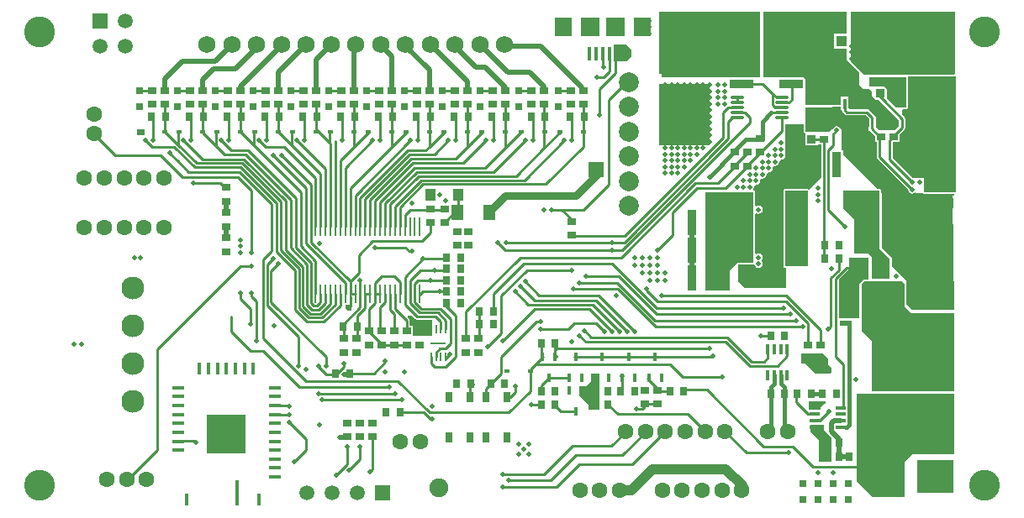
<source format=gtl>
G04*
G04 #@! TF.GenerationSoftware,Altium Limited,Altium Designer,18.1.1 (9)*
G04*
G04 Layer_Physical_Order=1*
G04 Layer_Color=255*
%FSAX25Y25*%
%MOIN*%
G70*
G01*
G75*
%ADD13C,0.01000*%
%ADD19C,0.12205*%
%ADD20R,0.03543X0.02756*%
%ADD21R,0.02756X0.03543*%
%ADD22R,0.04701X0.02205*%
%ADD23R,0.03740X0.10236*%
%ADD24R,0.03740X0.09843*%
%ADD25R,0.04331X0.04803*%
%ADD26R,0.01772X0.03347*%
%ADD27R,0.15748X0.15748*%
%ADD28R,0.05118X0.01575*%
%ADD29R,0.01575X0.05118*%
%ADD30R,0.01378X0.10236*%
%ADD31R,0.00984X0.03543*%
%ADD32R,0.06299X0.00787*%
%ADD33R,0.01772X0.03937*%
%ADD34R,0.01968X0.01772*%
%ADD35R,0.03600X0.03200*%
%ADD36R,0.03543X0.06693*%
%ADD37R,0.06693X0.03543*%
%ADD38R,0.09606X0.03504*%
%ADD39R,0.09606X0.22047*%
%ADD40R,0.04724X0.06496*%
%ADD41O,0.00984X0.07480*%
%ADD42R,0.12598X0.03937*%
%ADD43R,0.13780X0.12300*%
%ADD44R,0.03937X0.01772*%
%ADD45R,0.01400X0.05600*%
%ADD46R,0.07100X0.07500*%
%ADD47R,0.07500X0.07500*%
%ADD48R,0.03150X0.02756*%
%ADD49O,0.05512X0.01181*%
%ADD50R,0.01595X0.02992*%
%ADD51R,0.01595X0.03898*%
%ADD52R,0.02559X0.03937*%
%ADD53R,0.16339X0.18307*%
%ADD54R,0.05709X0.04528*%
%ADD55R,0.07008X0.27559*%
%ADD98C,0.07480*%
%ADD101C,0.01000*%
%ADD102C,0.04000*%
%ADD103C,0.01500*%
%ADD104C,0.02000*%
%ADD105C,0.03000*%
%ADD106R,0.12500X0.16000*%
%ADD107R,0.08661X0.06693*%
%ADD108C,0.06300*%
%ADD109C,0.05906*%
%ADD110R,0.05906X0.05906*%
%ADD111R,0.05906X0.05906*%
%ADD112C,0.09055*%
%ADD113C,0.07874*%
%ADD114C,0.06890*%
%ADD115C,0.02000*%
G36*
X0844000Y0722000D02*
X0840000D01*
Y0726000D01*
X0844000D01*
Y0722000D01*
D02*
G37*
G36*
X0756500Y0722500D02*
X0758500Y0720500D01*
Y0718000D01*
X0756500Y0716000D01*
X0751500Y0716000D01*
X0751500Y0722500D01*
X0756500Y0722500D01*
D02*
G37*
G36*
X0886500Y0735500D02*
Y0735500D01*
X0887000D01*
Y0711000D01*
X0886500D01*
Y0710500D01*
X0854000Y0710500D01*
X0851000Y0710500D01*
X0845500Y0716000D01*
Y0735500D01*
X0886500Y0735500D01*
D02*
G37*
G36*
X0809500Y0709500D02*
X0770500D01*
Y0711000D01*
X0769500D01*
Y0735500D01*
X0770500D01*
X0809500Y0735500D01*
X0809500Y0709500D01*
D02*
G37*
G36*
X0867500Y0697500D02*
X0863500Y0697500D01*
X0860000Y0701000D01*
X0860000Y0704998D01*
X0858998Y0706000D01*
X0853000Y0706000D01*
Y0709500D01*
X0867500D01*
X0867500Y0697500D01*
D02*
G37*
G36*
X0887378Y0709807D02*
Y0664000D01*
X0874500Y0664000D01*
X0874500Y0667365D01*
X0874507Y0667376D01*
X0874631Y0668000D01*
X0874507Y0668624D01*
X0874500Y0668635D01*
X0874500Y0669500D01*
X0873635Y0669500D01*
X0873624Y0669507D01*
X0873000Y0669631D01*
X0872376Y0669507D01*
X0872365Y0669500D01*
X0870609Y0669500D01*
X0870013Y0669619D01*
X0869975Y0669611D01*
X0862122Y0677465D01*
Y0683766D01*
X0864872D01*
Y0686786D01*
X0866793Y0688707D01*
X0866793Y0688707D01*
X0867036Y0689071D01*
X0867122Y0689500D01*
X0867122Y0689500D01*
Y0693000D01*
X0867036Y0693429D01*
X0866793Y0693793D01*
X0866793Y0693793D01*
X0866000Y0694586D01*
Y0696497D01*
X0866354Y0696851D01*
X0867500Y0696851D01*
X0867959Y0697041D01*
X0868149Y0697500D01*
X0868149Y0709500D01*
X0868384Y0709851D01*
X0886500Y0709851D01*
X0886878Y0710007D01*
X0887378Y0709807D01*
D02*
G37*
G36*
X0840000Y0735500D02*
X0844000Y0735500D01*
X0844000Y0727000D01*
X0839000Y0727000D01*
X0839000Y0721000D01*
X0844000Y0721000D01*
X0844000Y0716500D01*
X0849000Y0711500D01*
X0849000Y0706500D01*
X0850500Y0705000D01*
X0853000D01*
X0854000Y0704000D01*
X0854000Y0702000D01*
X0855500Y0700500D01*
X0856500D01*
X0864500Y0692500D01*
X0864500Y0689999D01*
X0862998Y0688500D01*
X0857000Y0688500D01*
X0855500Y0690000D01*
X0855500Y0694000D01*
X0852500Y0697000D01*
X0845000Y0697000D01*
X0844500Y0697500D01*
X0844500Y0702000D01*
X0841500Y0702000D01*
X0841500Y0698500D01*
X0827500Y0698500D01*
X0827500Y0709000D01*
X0826999Y0709502D01*
X0811000Y0709502D01*
X0811000Y0735501D01*
X0840000Y0735500D01*
D02*
G37*
G36*
X0565500Y0686500D02*
X0562500D01*
Y0689000D01*
X0565500D01*
Y0686500D01*
D02*
G37*
G36*
X0789500Y0682500D02*
X0769500D01*
Y0707000D01*
X0789500D01*
X0789500Y0682500D01*
D02*
G37*
G36*
X0826851Y0688000D02*
X0827041Y0687541D01*
X0827365Y0687407D01*
X0827537Y0686960D01*
X0827537Y0686960D01*
X0827537Y0686960D01*
Y0682560D01*
X0832337D01*
Y0682560D01*
X0832628Y0682766D01*
X0833878D01*
Y0669878D01*
X0829000Y0665000D01*
X0828553Y0665128D01*
X0828500Y0665149D01*
X0819500Y0665149D01*
X0819041Y0664959D01*
X0818851Y0664500D01*
Y0634500D01*
X0819041Y0634041D01*
X0819500Y0633851D01*
X0820000D01*
Y0626000D01*
X0803500Y0626000D01*
X0801000Y0628500D01*
Y0635351D01*
X0806927D01*
X0807000Y0635351D01*
X0807467Y0635003D01*
X0807493Y0634876D01*
X0807847Y0634346D01*
X0808376Y0633993D01*
X0809000Y0633869D01*
X0809624Y0633993D01*
X0810153Y0634346D01*
X0810507Y0634876D01*
X0810631Y0635500D01*
X0810507Y0636124D01*
X0810342Y0636371D01*
X0810192Y0636750D01*
X0810342Y0637129D01*
X0810507Y0637376D01*
X0810631Y0638000D01*
X0810507Y0638624D01*
X0810153Y0639153D01*
X0809624Y0639507D01*
X0809000Y0639631D01*
X0808376Y0639507D01*
X0808149Y0639356D01*
X0807649Y0639623D01*
Y0655377D01*
X0808149Y0655644D01*
X0808376Y0655493D01*
X0809000Y0655369D01*
X0809624Y0655493D01*
X0810153Y0655847D01*
X0810507Y0656376D01*
X0810631Y0657000D01*
X0810507Y0657624D01*
X0810153Y0658153D01*
X0809624Y0658507D01*
X0809000Y0658631D01*
X0808376Y0658507D01*
X0808149Y0658356D01*
X0807649Y0658623D01*
Y0664000D01*
X0807459Y0664459D01*
X0807096Y0664609D01*
X0806910Y0664961D01*
X0806856Y0665149D01*
X0807007Y0665376D01*
X0807131Y0666000D01*
X0807110Y0666110D01*
X0807890Y0666890D01*
X0808000Y0666869D01*
X0808624Y0666993D01*
X0809153Y0667346D01*
X0809507Y0667876D01*
X0809631Y0668500D01*
X0809610Y0668610D01*
X0810390Y0669390D01*
X0810500Y0669369D01*
X0811124Y0669493D01*
X0811654Y0669846D01*
X0812007Y0670376D01*
X0812131Y0671000D01*
X0812110Y0671110D01*
X0812890Y0671890D01*
X0813000Y0671869D01*
X0813624Y0671993D01*
X0814153Y0672346D01*
X0814507Y0672876D01*
X0814631Y0673500D01*
X0814610Y0673610D01*
X0815390Y0674390D01*
X0815500Y0674369D01*
X0816124Y0674493D01*
X0816654Y0674847D01*
X0817007Y0675376D01*
X0817131Y0676000D01*
X0817110Y0676110D01*
X0817890Y0676890D01*
X0818000Y0676869D01*
X0818624Y0676993D01*
X0819153Y0677347D01*
X0819507Y0677876D01*
X0819631Y0678500D01*
X0819507Y0679124D01*
X0819500Y0679135D01*
X0819500Y0680365D01*
X0819507Y0680376D01*
X0819631Y0681000D01*
X0819507Y0681624D01*
X0819500Y0681635D01*
Y0682865D01*
X0819507Y0682876D01*
X0819631Y0683500D01*
X0819507Y0684124D01*
X0819500Y0684135D01*
X0819500Y0691000D01*
X0826851Y0691000D01*
Y0688000D01*
D02*
G37*
G36*
X0747500Y0670000D02*
X0741500D01*
Y0676000D01*
X0747500D01*
Y0670000D01*
D02*
G37*
G36*
X0828500Y0664500D02*
X0828500Y0656000D01*
Y0634500D01*
X0819500Y0634500D01*
Y0664500D01*
X0828500Y0664500D01*
D02*
G37*
G36*
X0857000Y0641500D02*
X0861000Y0637500D01*
Y0629500D01*
X0854000D01*
X0854000Y0638000D01*
X0852500Y0639500D01*
X0847000D01*
X0847000Y0653000D01*
X0842500Y0657500D01*
X0842500Y0664500D01*
X0857000Y0664500D01*
X0857000Y0641500D01*
D02*
G37*
G36*
X0807000Y0636000D02*
X0800500D01*
X0797500Y0633000D01*
X0797500Y0625000D01*
X0788000D01*
X0788000Y0664000D01*
X0807000D01*
Y0636000D01*
D02*
G37*
G36*
X0841500Y0697851D02*
X0841705Y0697402D01*
Y0696401D01*
X0842000D01*
X0842066Y0696068D01*
X0842309Y0695705D01*
X0843207Y0694807D01*
X0843207Y0694807D01*
X0843571Y0694564D01*
X0843892Y0694500D01*
X0849500Y0694500D01*
X0851500D01*
X0852500Y0693500D01*
Y0693470D01*
X0852778Y0693191D01*
Y0690159D01*
X0852695Y0689694D01*
X0852500D01*
X0852500Y0688198D01*
X0853109D01*
X0853195Y0688219D01*
X0855128Y0686285D01*
Y0683766D01*
X0855878D01*
Y0678000D01*
X0855878Y0678000D01*
X0855964Y0677571D01*
X0856207Y0677207D01*
X0868376Y0665038D01*
X0868369Y0665000D01*
X0868493Y0664376D01*
X0868847Y0663846D01*
X0869376Y0663493D01*
X0870000Y0663369D01*
X0870624Y0663493D01*
X0871154Y0663846D01*
X0871500Y0663500D01*
X0874139D01*
X0874500Y0663351D01*
X0886500Y0663351D01*
Y0662468D01*
X0886045D01*
X0886500Y0617149D01*
X0869851Y0617149D01*
X0867690Y0619310D01*
X0867690Y0628810D01*
X0862000Y0634500D01*
X0862000Y0638000D01*
X0858000Y0642000D01*
X0858000Y0663500D01*
X0857649Y0663851D01*
Y0664500D01*
X0857459Y0664959D01*
X0857000Y0665149D01*
X0856351D01*
X0842482Y0679018D01*
Y0680718D01*
X0842000D01*
X0842000Y0684000D01*
X0842000Y0684000D01*
X0842000Y0689000D01*
X0841306Y0689694D01*
X0841305D01*
X0841305Y0689694D01*
X0840868Y0689845D01*
X0840624Y0690007D01*
X0840000Y0690131D01*
X0839376Y0690007D01*
X0838846Y0689653D01*
X0838493Y0689124D01*
X0838435Y0688832D01*
X0838272Y0688735D01*
X0837930Y0688931D01*
X0837000Y0688000D01*
X0827500Y0688000D01*
X0827500Y0697500D01*
X0837775D01*
X0838125Y0697851D01*
X0841500Y0697851D01*
D02*
G37*
G36*
X0647674Y0616844D02*
X0646156Y0616844D01*
X0645278Y0617722D01*
X0645278Y0619355D01*
X0647674D01*
X0647674Y0616844D01*
D02*
G37*
G36*
X0852500Y0629343D02*
X0850842Y0629342D01*
X0849000Y0627500D01*
X0849000Y0614000D01*
X0841000Y0614000D01*
X0841000Y0629500D01*
X0845000Y0633500D01*
X0845000Y0638000D01*
X0852500Y0638000D01*
X0852500Y0629343D01*
D02*
G37*
G36*
X0672707Y0613707D02*
X0672707Y0613707D01*
X0673071Y0613464D01*
X0673500Y0613378D01*
X0673500Y0613378D01*
X0679500D01*
Y0612256D01*
X0679500D01*
Y0607000D01*
X0672000D01*
Y0611134D01*
X0671728D01*
Y0610734D01*
X0670622D01*
Y0613000D01*
X0670536Y0613429D01*
X0670293Y0613793D01*
X0670293Y0613793D01*
X0670000Y0614086D01*
Y0615000D01*
X0671414D01*
X0672707Y0613707D01*
D02*
G37*
G36*
X0836500Y0598000D02*
X0836500Y0595500D01*
X0838000Y0594000D01*
X0838000Y0592500D01*
X0837500Y0592000D01*
X0831500Y0592000D01*
X0827500Y0596000D01*
X0826000D01*
Y0600000D01*
X0834500Y0600000D01*
X0836500Y0598000D01*
D02*
G37*
G36*
X0867000Y0627500D02*
X0867000Y0618500D01*
X0869500Y0616000D01*
X0886500Y0616000D01*
Y0585000D01*
X0854000D01*
X0854000Y0605000D01*
X0850000Y0609000D01*
X0850000Y0627500D01*
X0851000Y0628500D01*
X0866000D01*
X0867000Y0627500D01*
D02*
G37*
G36*
X0835500Y0580000D02*
X0835000Y0580000D01*
X0833500Y0578500D01*
X0833500Y0577500D01*
X0829000Y0577500D01*
Y0581000D01*
X0835500D01*
X0835500Y0580000D01*
D02*
G37*
G36*
X0746000Y0577500D02*
X0742000D01*
X0741500Y0578000D01*
Y0579500D01*
X0738000Y0583000D01*
X0738000Y0583500D01*
Y0587000D01*
X0740500D01*
X0742500Y0589000D01*
Y0592000D01*
X0746000D01*
Y0577500D01*
D02*
G37*
G36*
X0886500Y0559999D02*
X0870000Y0560000D01*
X0867000Y0557000D01*
Y0550000D01*
X0867000Y0543000D01*
X0854000D01*
X0852500Y0544500D01*
X0852500D01*
Y0544500D01*
X0848003Y0548997D01*
X0847997Y0584000D01*
X0886500Y0584000D01*
X0886500Y0559999D01*
D02*
G37*
G36*
X0835000Y0571500D02*
Y0569500D01*
X0838000Y0566500D01*
X0838000Y0557000D01*
X0833000Y0557000D01*
X0833000Y0565500D01*
X0829500Y0569000D01*
X0829500Y0571581D01*
X0835000Y0571500D01*
D02*
G37*
G36*
X0886250Y0544500D02*
X0871750D01*
Y0557500D01*
X0886250D01*
Y0544500D01*
D02*
G37*
%LPC*%
G36*
X0852695Y0686198D02*
X0852500D01*
X0852500Y0684701D01*
X0852695D01*
Y0686198D01*
D02*
G37*
%LPD*%
D13*
X0655000Y0553000D02*
X0656000Y0554000D01*
Y0566744D01*
X0678737Y0574000D02*
X0679500D01*
X0676237Y0576500D02*
X0678737Y0574000D01*
X0666756Y0576500D02*
X0676237D01*
X0629500Y0561500D02*
Y0566000D01*
X0623000Y0572500D02*
X0629500Y0566000D01*
X0625000Y0557000D02*
X0629500Y0561500D01*
X0736536Y0559536D02*
X0755035D01*
X0726500Y0549500D02*
X0736536Y0559536D01*
X0755035D02*
X0764500Y0569000D01*
X0710000Y0549500D02*
X0726300D01*
X0707500Y0547000D02*
X0729000D01*
X0738000Y0556000D01*
X0759000D01*
X0764000Y0580000D02*
X0764128Y0579872D01*
X0763000Y0578000D02*
X0764000Y0579000D01*
X0760500Y0578000D02*
X0763000D01*
X0749000Y0580000D02*
X0753100Y0575900D01*
X0761370D01*
X0761470Y0576000D02*
X0780811D01*
X0761370Y0575900D02*
X0761470Y0576000D01*
X0851000Y0555000D02*
X0852000Y0554000D01*
X0597500Y0665500D02*
X0598000D01*
X0722500Y0609500D02*
X0733500D01*
X0721000Y0612500D02*
X0722500D01*
X0744500Y0612000D02*
X0748000Y0608500D01*
X0736000Y0612000D02*
X0744500D01*
X0733500Y0609500D02*
X0736000Y0612000D01*
X0720100Y0620900D02*
X0744600D01*
X0714500Y0626500D02*
X0720100Y0620900D01*
X0744600D02*
X0757000Y0608500D01*
X0717700Y0619300D02*
X0743200D01*
X0712500Y0624500D02*
X0717700Y0619300D01*
X0743200D02*
X0754000Y0608500D01*
X0750571Y0563071D02*
X0756500Y0569000D01*
X0714500Y0638000D02*
X0754500D01*
X0693000Y0616500D02*
X0714500Y0638000D01*
X0754500D02*
X0784000Y0667500D01*
X0716000Y0635500D02*
X0751000D01*
X0704000Y0623500D02*
X0716000Y0635500D01*
X0751000D02*
X0768500Y0618000D01*
X0717263Y0633000D02*
X0735000D01*
X0707000Y0622737D02*
X0717263Y0633000D01*
X0740500Y0630500D02*
X0753500D01*
X0768500Y0615500D01*
X0738000Y0628000D02*
X0753000D01*
X0768000Y0613000D01*
X0735500Y0625500D02*
X0753237D01*
X0768237Y0610500D01*
X0707000Y0598500D02*
X0721000Y0612500D01*
X0745500Y0623000D02*
X0760000Y0608500D01*
X0722000Y0623000D02*
X0745500D01*
X0716500Y0628500D02*
X0722000Y0623000D01*
X0707500Y0552000D02*
X0724000D01*
X0759000Y0556000D02*
X0772000Y0569000D01*
X0735071Y0563071D02*
X0750571D01*
X0595500Y0667500D02*
X0597500Y0665500D01*
X0585000Y0667500D02*
X0595500D01*
X0580500Y0670000D02*
X0602500D01*
X0608000Y0664500D01*
X0645500Y0605500D02*
Y0605756D01*
X0644500Y0606256D02*
Y0611628D01*
X0645000Y0606256D02*
X0645500Y0605756D01*
X0545500Y0687000D02*
X0553874Y0678626D01*
X0861000Y0684500D02*
X0866000Y0689500D01*
X0856063Y0702937D02*
Y0703740D01*
Y0702937D02*
X0856411Y0702589D01*
X0858500Y0700500D01*
X0861000Y0677000D02*
Y0684500D01*
Y0677000D02*
X0870013Y0667987D01*
X0866000Y0689500D02*
Y0693000D01*
X0851956Y0695600D02*
X0853900Y0693656D01*
X0844000Y0695600D02*
X0851956D01*
X0843102Y0696498D02*
X0844000Y0695600D01*
X0853900Y0689100D02*
Y0693656D01*
Y0689100D02*
X0857000Y0686000D01*
X0858500Y0700500D02*
X0866000Y0693000D01*
X0857000Y0678000D02*
X0870000Y0665000D01*
X0857000Y0678000D02*
Y0686000D01*
X0843102Y0696498D02*
Y0698950D01*
X0838500Y0687000D02*
X0840000Y0688500D01*
X0838500Y0682500D02*
Y0687000D01*
X0870013Y0667987D02*
X0870013D01*
X0836600Y0656900D02*
Y0680600D01*
X0838500Y0682500D01*
X0720500Y0595500D02*
X0723500Y0598500D01*
X0723000D02*
Y0603744D01*
X0718626Y0593000D02*
Y0593126D01*
X0718500Y0593000D02*
X0718626Y0593126D01*
X0718500Y0585000D02*
Y0593000D01*
X0720500Y0595500D02*
X0774000D01*
X0718626Y0593626D02*
X0720500Y0595500D01*
X0718626Y0593126D02*
Y0593626D01*
X0570500Y0561500D02*
Y0601500D01*
X0559000Y0550000D02*
X0570500Y0561500D01*
X0571874Y0678626D02*
X0580500Y0670000D01*
X0553874Y0678626D02*
X0571874D01*
X0626500Y0595000D02*
Y0606500D01*
X0678500Y0576500D02*
X0710000D01*
X0666000Y0589000D02*
X0678500Y0576500D01*
X0629500Y0589000D02*
X0666000D01*
X0607500Y0611500D02*
Y0617500D01*
X0603500Y0621500D02*
X0607500Y0617500D01*
X0603500Y0621500D02*
Y0624000D01*
X0614100Y0618900D02*
Y0635100D01*
Y0618900D02*
X0626500Y0606500D01*
X0637500Y0595000D02*
Y0598500D01*
X0615700Y0620300D02*
X0637500Y0598500D01*
X0615700Y0620300D02*
Y0632700D01*
X0600059Y0608654D02*
Y0614441D01*
X0612526Y0601000D02*
X0627026Y0586500D01*
X0607500Y0601000D02*
X0612526D01*
X0627026Y0586500D02*
X0662500D01*
X0603500Y0634500D02*
X0608000D01*
X0570500Y0601500D02*
X0603500Y0634500D01*
X0644500Y0594500D02*
Y0596000D01*
X0642000Y0592000D02*
X0644500Y0594500D01*
X0610000Y0605000D02*
Y0620500D01*
X0608000Y0622500D02*
X0610000Y0620500D01*
X0608000Y0622500D02*
Y0624000D01*
X0598000Y0650244D02*
Y0650500D01*
X0764000Y0579500D02*
Y0579744D01*
X0724000Y0552000D02*
X0735071Y0563071D01*
X0810500Y0685000D02*
Y0685756D01*
X0824000Y0583000D02*
X0824500Y0583500D01*
X0824000Y0580500D02*
Y0583000D01*
Y0580500D02*
X0828500Y0576000D01*
X0644500Y0611628D02*
X0651000Y0618128D01*
X0650000Y0605500D02*
Y0605756D01*
X0649500Y0606000D02*
X0649756Y0606256D01*
Y0610500D01*
X0650000Y0611500D02*
Y0614865D01*
X0779000Y0590500D02*
X0794500D01*
X0656000Y0644500D02*
X0675500D01*
X0650500Y0639000D02*
X0656000Y0644500D01*
X0650500Y0631780D02*
Y0639000D01*
X0657000Y0642000D02*
X0669000D01*
X0836600Y0656900D02*
X0843000Y0650500D01*
X0780811Y0576000D02*
X0787811Y0569000D01*
X0742635Y0606365D02*
X0796397D01*
X0740500Y0604500D02*
X0796000D01*
X0740115Y0608885D02*
X0742635Y0606365D01*
X0738000Y0607000D02*
X0740500Y0604500D01*
X0707500Y0605000D02*
X0720200Y0617700D01*
X0741800D01*
X0751000Y0608500D01*
X0804185Y0560500D02*
X0821000D01*
X0795685Y0569000D02*
X0804185Y0560500D01*
X0779500Y0585500D02*
X0788500D01*
X0811000Y0563000D01*
X0822500D01*
X0796397Y0606365D02*
X0806163Y0596600D01*
X0811100D01*
X0805500Y0595000D02*
X0816500D01*
X0820339Y0598839D01*
Y0601618D01*
X0811100Y0596600D02*
X0812661Y0598162D01*
Y0601618D01*
X0810000Y0607000D02*
X0814500D01*
X0728000Y0579500D02*
X0730654Y0576846D01*
X0710000Y0576500D02*
X0718500Y0585000D01*
X0728000Y0599000D02*
X0728256Y0599256D01*
X0754500Y0591000D02*
X0755000D01*
X0754500D02*
X0754941Y0590559D01*
X0774000Y0595500D02*
X0779000Y0590500D01*
X0736000Y0598500D02*
X0790500D01*
X0791000Y0599000D01*
X0754941Y0590346D02*
Y0590559D01*
Y0585059D02*
Y0590059D01*
X0755000Y0590000D01*
X0754941Y0590059D02*
Y0590346D01*
Y0585059D02*
X0755000Y0585000D01*
X0728378Y0598654D02*
Y0599000D01*
X0728256Y0599256D02*
Y0604000D01*
X0729000Y0602000D02*
X0789500D01*
X0728500Y0601500D02*
X0729000Y0602000D01*
X0719000Y0579500D02*
X0722744D01*
X0775000Y0656000D02*
X0784500Y0665500D01*
X0795756D01*
X0804500Y0674244D01*
X0784000Y0667500D02*
X0792756D01*
X0799500Y0674244D01*
X0749500Y0700500D02*
X0757500Y0708500D01*
X0731000Y0657000D02*
X0735500Y0652500D01*
X0727000Y0657000D02*
X0731000D01*
X0739500D01*
X0749500Y0667000D02*
Y0700500D01*
X0739500Y0657000D02*
X0749500Y0667000D01*
X0775000Y0647000D02*
Y0656000D01*
X0800642Y0695500D02*
X0803500D01*
X0751000Y0641000D02*
X0755000D01*
X0756400Y0642400D01*
X0756426D01*
X0795500Y0681474D01*
Y0681500D01*
X0751000Y0644000D02*
X0755763D01*
X0793900Y0682137D01*
Y0682163D01*
X0735000Y0646500D02*
X0756000D01*
X0792300Y0682800D01*
Y0682826D01*
X0795000Y0685526D01*
Y0695500D01*
X0793900Y0682163D02*
X0797000Y0685263D01*
Y0692000D01*
X0795500Y0681500D02*
X0805500Y0691500D01*
Y0693500D01*
X0803500Y0695500D02*
X0805500Y0693500D01*
X0707000Y0608000D02*
Y0622737D01*
X0704000Y0617500D02*
Y0623500D01*
X0709000Y0644000D02*
X0751000D01*
X0705500D02*
X0708500Y0641000D01*
X0701500Y0602500D02*
X0707000Y0608000D01*
X0669000Y0642000D02*
X0670500Y0640500D01*
X0700866Y0585866D02*
X0707000Y0592000D01*
Y0598500D01*
X0585437Y0565063D02*
X0586000Y0564500D01*
X0578992Y0565063D02*
X0585437D01*
X0685000Y0598000D02*
X0686500Y0599500D01*
X0768237Y0610500D02*
X0826500D01*
X0837500D02*
Y0629763D01*
X0840756Y0633019D01*
Y0637500D01*
X0836500Y0609500D02*
X0837500Y0610500D01*
X0769000Y0620500D02*
X0820000D01*
X0828600Y0611900D01*
X0764500Y0625000D02*
X0769000Y0620500D01*
X0833233Y0573220D02*
X0837000Y0576988D01*
Y0577000D01*
X0634500Y0584000D02*
X0665000D01*
X0617000Y0575500D02*
X0623000D01*
X0636000Y0581500D02*
X0667500D01*
X0709000Y0582500D02*
X0710500D01*
X0712500Y0584500D01*
Y0587000D01*
X0600000Y0614500D02*
X0600059Y0614441D01*
X0600000Y0608500D02*
X0607500Y0601000D01*
X0612500Y0606000D02*
X0629500Y0589000D01*
X0617181Y0579236D02*
X0622764D01*
X0623000Y0579000D01*
X0646250Y0591750D02*
X0646500Y0592000D01*
X0651000Y0558000D02*
Y0563000D01*
X0634500Y0594500D02*
Y0595000D01*
Y0594500D02*
X0637500Y0591500D01*
X0640744D01*
X0641244Y0592000D01*
X0656500Y0592000D02*
X0661000Y0596500D01*
X0646756Y0592000D02*
X0656500D01*
X0612500Y0606000D02*
Y0637130D01*
X0646000Y0556000D02*
Y0563000D01*
X0641500Y0551500D02*
X0646000Y0556000D01*
X0625193Y0617300D02*
Y0632781D01*
Y0617300D02*
X0630020Y0612472D01*
X0619500Y0640737D02*
X0626793Y0633444D01*
Y0617962D02*
Y0633444D01*
Y0617962D02*
X0630683Y0614072D01*
X0632009Y0617272D02*
X0634653D01*
X0629993Y0619288D02*
X0632009Y0617272D01*
X0629993Y0619288D02*
Y0635244D01*
X0769000Y0641000D02*
X0775000Y0647000D01*
X0796000Y0604500D02*
X0805500Y0595000D01*
X0745000Y0709256D02*
Y0709500D01*
X0747500D01*
X0749811Y0711811D01*
X0770500Y0623000D02*
X0819763D01*
X0833500Y0609263D01*
Y0603500D02*
Y0609263D01*
X0828600Y0603600D02*
Y0611900D01*
X0828500Y0603500D02*
X0828600Y0603600D01*
X0768000Y0613000D02*
X0824000D01*
X0768500Y0615500D02*
X0821500D01*
X0768500Y0618000D02*
X0819000D01*
X0822500Y0563000D02*
X0830500Y0555000D01*
X0851000D01*
X0730654Y0576846D02*
X0736500D01*
X0764256Y0579744D02*
X0769000D01*
X0698244Y0605744D02*
Y0611500D01*
X0698000Y0605500D02*
X0698244Y0605744D01*
Y0611500D02*
Y0616500D01*
X0693000Y0605756D02*
Y0616500D01*
X0765000Y0590000D02*
X0770000Y0585000D01*
X0773744D01*
X0615700Y0632700D02*
X0618500Y0635500D01*
X0614100Y0635100D02*
X0616500Y0637500D01*
X0598000Y0655500D02*
Y0655756D01*
Y0645500D02*
Y0645756D01*
X0608000Y0640000D02*
Y0664500D01*
X0647110Y0628390D02*
X0650500Y0631780D01*
X0646500Y0553500D02*
X0651000Y0558000D01*
X0678500Y0629000D02*
X0679000Y0629500D01*
X0668764Y0623713D02*
Y0630264D01*
X0676000Y0637500D01*
X0685000D01*
X0680500Y0633000D02*
X0685500D01*
X0675000D02*
X0680500D01*
X0670732Y0628732D02*
X0675000Y0633000D01*
X0670732Y0623713D02*
Y0628732D01*
X0672701Y0627701D02*
X0674000Y0629000D01*
X0678500D01*
X0679000D02*
Y0629500D01*
X0672701Y0623713D02*
Y0627701D01*
X0679000Y0629000D02*
X0685000D01*
X0674715Y0623450D02*
X0674750Y0623250D01*
X0674669Y0623713D02*
X0674715Y0623450D01*
X0675000Y0623500D02*
X0676000Y0624500D01*
X0682500D01*
X0685000Y0619000D02*
Y0620000D01*
Y0619000D02*
X0689000Y0615000D01*
X0685750Y0653250D02*
X0688000Y0655500D01*
X0671000Y0657000D02*
X0684500D01*
X0675500Y0644500D02*
X0679000Y0648000D01*
Y0651744D01*
X0668764Y0654764D02*
X0671000Y0657000D01*
X0668764Y0650287D02*
Y0654764D01*
X0690012Y0656012D02*
Y0662000D01*
X0708500Y0641000D02*
X0751000D01*
X0764500Y0625000D02*
Y0625500D01*
X0828500Y0603256D02*
Y0603500D01*
X0722744Y0587244D02*
X0725846Y0590346D01*
X0722744Y0585000D02*
Y0587244D01*
X0725846Y0590346D02*
X0733941D01*
X0722744Y0604000D02*
X0723000Y0603744D01*
X0612500Y0637130D02*
X0616000Y0640630D01*
Y0659212D01*
X0603212Y0672000D02*
X0616000Y0659212D01*
X0651000Y0629000D02*
X0651047Y0628953D01*
Y0623713D02*
Y0628953D01*
X0620000Y0678500D02*
X0631500Y0667000D01*
X0616500Y0678500D02*
X0629500Y0665500D01*
Y0643500D02*
Y0665500D01*
X0613500Y0682000D02*
X0621000D01*
X0611000Y0684500D02*
X0613500Y0682000D01*
X0621000D02*
X0633331Y0669669D01*
X0608900Y0682600D02*
X0627500Y0664000D01*
X0583000Y0672000D02*
X0603212D01*
X0578500Y0676500D02*
X0583000Y0672000D01*
X0568500Y0682000D02*
X0577237D01*
X0575716Y0679284D02*
X0578500Y0676500D01*
X0700866Y0582571D02*
Y0585866D01*
X0694634Y0582571D02*
Y0587134D01*
X0647110Y0623713D02*
Y0628390D01*
X0650000Y0614865D02*
X0652900Y0617765D01*
X0670732Y0619768D02*
Y0623713D01*
Y0619768D02*
X0674400Y0616100D01*
X0681900D01*
X0685000Y0613000D01*
Y0609484D02*
Y0613000D01*
X0668764Y0619236D02*
Y0623713D01*
Y0619236D02*
X0673500Y0614500D01*
X0681000D01*
X0683032Y0612468D01*
Y0609484D02*
Y0612468D01*
X0672701Y0620062D02*
Y0623713D01*
Y0620062D02*
X0675063Y0617700D01*
X0682800D01*
X0687000Y0613500D01*
Y0603846D02*
Y0613500D01*
X0685003Y0601849D02*
X0687000Y0603846D01*
X0682561Y0601849D02*
X0685003D01*
X0681063Y0600351D02*
X0682561Y0601849D01*
X0681063Y0598500D02*
Y0600351D01*
X0689000Y0598500D02*
Y0615000D01*
X0680500Y0594500D02*
X0685000D01*
X0689000Y0598500D01*
X0679094Y0595906D02*
X0680500Y0594500D01*
X0679094Y0595906D02*
Y0598500D01*
X0844000Y0634000D02*
X0847291D01*
X0848185D01*
X0804372Y0674372D02*
X0818358Y0688358D01*
X0655000Y0608244D02*
Y0609000D01*
Y0608244D02*
X0660000Y0603244D01*
X0653000Y0623500D02*
X0653213Y0623713D01*
X0814000Y0695500D02*
X0818500D01*
X0835000Y0637500D02*
Y0684494D01*
X0829744Y0684744D02*
X0835250D01*
X0659000Y0608500D02*
Y0618292D01*
X0739500Y0682000D02*
Y0698744D01*
X0724000Y0681500D02*
Y0698744D01*
X0712800Y0670300D02*
X0724000Y0681500D01*
X0730437Y0687937D01*
X0730500Y0688000D01*
X0708500Y0681500D02*
Y0698744D01*
X0700500Y0673500D02*
X0708500Y0681500D01*
X0714937Y0687937D01*
X0715000Y0688000D01*
X0693500Y0682000D02*
Y0698744D01*
X0688800Y0677300D02*
X0693500Y0682000D01*
X0699437Y0687937D01*
X0699500Y0688000D01*
X0678500Y0682000D02*
Y0698744D01*
X0677000Y0680500D02*
X0678500Y0682000D01*
X0684437Y0687937D01*
X0684500Y0688000D01*
X0663500Y0682000D02*
Y0698744D01*
X0647110Y0665610D02*
X0663500Y0682000D01*
X0669437Y0687937D01*
X0669500Y0688000D01*
X0648500Y0682000D02*
Y0698744D01*
X0643173Y0676673D02*
X0648500Y0682000D01*
X0654437Y0687937D01*
X0654500Y0688000D01*
X0633500Y0689000D02*
Y0698744D01*
Y0689000D02*
X0639236Y0683264D01*
X0618500Y0694000D02*
Y0698744D01*
Y0688000D02*
Y0694000D01*
X0618563Y0687937D02*
X0623900Y0682600D01*
X0618500Y0688000D02*
X0618563Y0687937D01*
X0623900Y0682600D02*
X0635299Y0671201D01*
X0603563Y0687937D02*
X0608900Y0682600D01*
X0603500Y0688000D02*
Y0698744D01*
Y0688000D02*
X0603563Y0687937D01*
X0588500Y0687500D02*
Y0698744D01*
X0573500Y0688000D02*
X0578900Y0682600D01*
X0573500Y0688000D02*
Y0698744D01*
X0842500Y0579000D02*
X0843000Y0578500D01*
X0842500Y0579000D02*
Y0595500D01*
X0839500Y0598500D02*
X0842500Y0595500D01*
X0839500Y0598500D02*
Y0629500D01*
X0844000Y0634000D01*
X0848185D02*
X0848685Y0634500D01*
X0716200Y0668700D02*
X0732000Y0684500D01*
X0675200Y0668700D02*
X0716200D01*
X0664827Y0658327D02*
X0675200Y0668700D01*
X0664827Y0650287D02*
Y0658327D01*
X0703900Y0671900D02*
X0716500Y0684500D01*
X0673400Y0671900D02*
X0703900D01*
X0660890Y0659390D02*
X0673400Y0671900D01*
X0660890Y0650287D02*
Y0659390D01*
X0692000Y0675500D02*
X0701000Y0684500D01*
X0671788Y0675500D02*
X0692000D01*
X0656953Y0660665D02*
X0671788Y0675500D01*
X0656953Y0650287D02*
Y0660665D01*
X0680400Y0678900D02*
X0686000Y0684500D01*
X0670663Y0678900D02*
X0680400D01*
X0653016Y0661253D02*
X0670663Y0678900D01*
X0653016Y0650287D02*
Y0661253D01*
X0649079Y0650287D02*
Y0662579D01*
X0671000Y0684500D01*
X0645142Y0650287D02*
Y0673642D01*
X0656000Y0684500D01*
X0641205Y0650287D02*
Y0684295D01*
X0626000Y0684500D02*
X0637268Y0673232D01*
Y0650287D02*
Y0673232D01*
X0633331Y0650287D02*
Y0669669D01*
X0596000Y0684500D02*
X0600000Y0680500D01*
X0606500D01*
X0625500Y0661500D01*
Y0642000D02*
Y0661500D01*
Y0642000D02*
X0631593Y0635907D01*
Y0619951D02*
Y0635907D01*
Y0619951D02*
X0632671Y0618872D01*
X0633990D01*
X0635299Y0620181D01*
Y0623713D01*
X0581000Y0684500D02*
X0588500Y0677000D01*
X0605000D01*
X0621500Y0660500D01*
Y0641000D02*
Y0660500D01*
Y0641000D02*
X0628393Y0634107D01*
Y0618625D02*
Y0634107D01*
Y0618625D02*
X0631346Y0615672D01*
X0635316D01*
X0639236Y0619593D01*
Y0623713D01*
X0566000Y0684500D02*
X0568500Y0682000D01*
X0577237D02*
X0585437Y0673800D01*
X0603675D01*
X0617900Y0659575D01*
Y0640075D02*
Y0659575D01*
Y0640075D02*
X0625193Y0632781D01*
X0630020Y0612472D02*
X0636641D01*
X0643173Y0619004D01*
Y0623713D01*
X0645142D02*
Y0627858D01*
X0629500Y0643500D02*
X0645142Y0627858D01*
X0804500Y0679500D02*
Y0679756D01*
X0799500Y0674500D02*
X0804500Y0679500D01*
X0799500Y0674244D02*
Y0674500D01*
X0800642Y0695500D02*
Y0695531D01*
X0798563Y0693563D02*
X0800642D01*
X0797000Y0692000D02*
X0798563Y0693563D01*
X0840756Y0637500D02*
Y0638500D01*
X0831382Y0573220D02*
X0833233D01*
X0818358Y0688358D02*
Y0693563D01*
X0664500Y0603244D02*
X0669500D01*
X0661000D02*
X0664500D01*
X0666795Y0623713D02*
Y0628205D01*
X0664500Y0630500D02*
X0666795Y0628205D01*
X0659500Y0630500D02*
X0664500D01*
X0656953Y0627953D02*
X0659500Y0630500D01*
X0656953Y0623713D02*
Y0627953D01*
Y0623713D02*
X0658921D01*
X0656953Y0619953D02*
Y0623713D01*
X0654500Y0617500D02*
X0656953Y0619953D01*
X0654500Y0609500D02*
Y0617500D01*
X0647110Y0623713D02*
X0649079D01*
X0735000Y0684500D02*
Y0693244D01*
X0719500Y0684500D02*
Y0693244D01*
X0704000Y0684500D02*
Y0693244D01*
X0569000Y0684500D02*
Y0693244D01*
X0584000Y0684500D02*
Y0693244D01*
X0631500Y0644000D02*
X0647110Y0628390D01*
X0689000Y0684500D02*
Y0693244D01*
X0674000Y0684500D02*
Y0693244D01*
X0659000Y0684500D02*
Y0693244D01*
X0644000Y0684500D02*
Y0693244D01*
X0629000Y0684500D02*
Y0693244D01*
X0599000Y0684500D02*
Y0693244D01*
X0614000Y0684500D02*
Y0693244D01*
X0631500Y0644000D02*
Y0667000D01*
X0651000Y0623500D02*
X0651047Y0623713D01*
X0651000Y0618128D02*
Y0623500D01*
X0652900Y0623597D02*
X0653016Y0623713D01*
X0652900Y0617765D02*
Y0623597D01*
X0653213Y0623713D02*
X0654984D01*
X0843000Y0650500D02*
X0843220Y0650100D01*
X0818358Y0695531D02*
X0818500Y0695500D01*
X0799256Y0679756D02*
X0799500D01*
X0800642Y0699469D02*
Y0701437D01*
X0829500Y0684500D02*
X0829744Y0684744D01*
X0829937Y0684760D01*
X0835000Y0684494D02*
X0835250Y0684744D01*
X0835000Y0637500D02*
X0835244D01*
X0821764Y0706724D02*
Y0707024D01*
Y0706724D02*
X0822214Y0706274D01*
Y0700714D02*
Y0706274D01*
X0820969Y0699469D02*
X0822214Y0700714D01*
X0818358Y0699469D02*
X0820969D01*
X0802236Y0707024D02*
X0810476D01*
X0814500Y0703000D01*
Y0698500D02*
X0815500Y0697500D01*
X0816063Y0701437D02*
X0818358D01*
X0814500Y0703000D02*
X0816063Y0701437D01*
X0814500Y0698500D02*
Y0703000D01*
X0815500Y0697500D02*
X0818358D01*
X0669500Y0608756D02*
Y0613000D01*
X0664827Y0617673D02*
X0669500Y0613000D01*
X0664827Y0617673D02*
Y0623713D01*
X0659000Y0618292D02*
X0661000Y0620292D01*
Y0623602D01*
X0660890Y0623713D02*
X0661000Y0623602D01*
X0664500Y0608756D02*
Y0615500D01*
X0662858Y0617142D02*
X0664500Y0615500D01*
X0662858Y0617142D02*
Y0623713D01*
X0724600Y0667100D02*
X0739500Y0682000D01*
X0675863Y0667100D02*
X0724600D01*
X0666795Y0658033D02*
X0675863Y0667100D01*
X0666795Y0650287D02*
Y0658033D01*
X0662858Y0650287D02*
Y0659096D01*
X0674063Y0670300D01*
X0712800D01*
X0658921Y0650287D02*
Y0659921D01*
X0672500Y0673500D01*
X0700500D01*
X0654984Y0650287D02*
Y0660959D01*
X0671325Y0677300D01*
X0688800D01*
X0651047Y0650287D02*
Y0661547D01*
X0670000Y0680500D01*
X0677000D01*
X0647110Y0650287D02*
Y0665610D01*
X0643173Y0650287D02*
Y0676673D01*
X0639236Y0650287D02*
Y0683264D01*
X0638900Y0683630D02*
Y0687526D01*
X0639374Y0688000D01*
X0624000D02*
X0624374D01*
X0623900Y0687900D02*
X0624000Y0688000D01*
X0623900Y0682600D02*
Y0687900D01*
X0635299Y0650287D02*
Y0671201D01*
X0633331Y0623713D02*
Y0636644D01*
X0627900Y0642075D02*
X0633331Y0636644D01*
X0627900Y0642075D02*
Y0642100D01*
X0627500Y0642500D02*
X0627900Y0642100D01*
X0627500Y0642500D02*
Y0664000D01*
X0608900Y0687900D02*
X0609000Y0688000D01*
X0609374D01*
X0608900Y0682600D02*
Y0687900D01*
X0603500Y0688000D02*
X0603626D01*
X0637268Y0619887D02*
Y0623713D01*
X0634653Y0617272D02*
X0637268Y0619887D01*
X0623500Y0641737D02*
X0629993Y0635244D01*
X0623500Y0641737D02*
Y0661000D01*
X0605600Y0678900D02*
X0623500Y0661000D01*
X0597100Y0678900D02*
X0605600D01*
X0593900Y0682100D02*
X0597100Y0678900D01*
X0593900Y0687900D02*
X0594000Y0688000D01*
X0594374D01*
X0588500Y0687500D02*
X0593900Y0682100D01*
Y0687900D01*
X0641205Y0619299D02*
Y0623713D01*
X0635978Y0614072D02*
X0641205Y0619299D01*
X0630683Y0614072D02*
X0635978D01*
X0619500Y0640737D02*
Y0660237D01*
X0604337Y0675400D02*
X0619500Y0660237D01*
X0586100Y0675400D02*
X0604337D01*
X0578900Y0682600D02*
X0586100Y0675400D01*
X0573500Y0688000D02*
X0573626D01*
X0579000D02*
X0579374D01*
X0578900Y0682600D02*
Y0687900D01*
X0579000Y0688000D01*
X0563756Y0704256D02*
X0568500D01*
X0563500Y0704150D02*
X0563756Y0704256D01*
X0578756D02*
X0583500D01*
X0578500Y0704150D02*
X0578756Y0704256D01*
X0593756D02*
X0598500D01*
X0593500Y0704150D02*
X0593756Y0704256D01*
X0608756D02*
X0613500D01*
X0608500Y0704150D02*
X0608756Y0704256D01*
X0623756D02*
X0628500D01*
X0623500Y0704150D02*
X0623756Y0704256D01*
X0638756D02*
X0643500D01*
X0638500Y0704150D02*
X0638756Y0704256D01*
X0653756D02*
X0658500D01*
X0653500Y0704150D02*
X0653756Y0704256D01*
X0668756D02*
X0673500D01*
X0668500Y0704150D02*
X0668756Y0704256D01*
X0683756D02*
X0688500D01*
X0683500Y0704150D02*
X0683756Y0704256D01*
X0698756D02*
X0703500D01*
X0698500Y0704150D02*
X0698756Y0704256D01*
X0714256D02*
X0719000D01*
X0714000Y0704150D02*
X0714256Y0704256D01*
X0729756D02*
X0734500D01*
X0729500Y0704150D02*
X0729756Y0704256D01*
X0749811Y0711811D02*
Y0719000D01*
X0747252Y0713748D02*
X0747500Y0713500D01*
X0747252Y0713748D02*
Y0719000D01*
X0752370Y0711370D02*
Y0719000D01*
X0746000Y0705000D02*
X0752370Y0711370D01*
X0746000Y0694500D02*
Y0705000D01*
X0797000Y0697500D02*
X0800642D01*
X0795000Y0695500D02*
X0797000Y0697500D01*
X0828500Y0576000D02*
X0831000D01*
X0831382Y0575780D01*
X0682500Y0624500D02*
X0685000D01*
X0647110Y0618531D02*
Y0622468D01*
D19*
X0898500Y0727500D02*
D03*
Y0547500D02*
D03*
X0524000D02*
D03*
Y0727500D02*
D03*
D20*
X0656000Y0566744D02*
D03*
Y0572256D02*
D03*
X0862500Y0691256D02*
D03*
Y0685744D02*
D03*
X0734500Y0704256D02*
D03*
Y0698744D02*
D03*
X0719000Y0704256D02*
D03*
Y0698744D02*
D03*
X0703500Y0704256D02*
D03*
Y0698744D02*
D03*
X0688500Y0704256D02*
D03*
Y0698744D02*
D03*
X0673500Y0704256D02*
D03*
Y0698744D02*
D03*
X0658500Y0704256D02*
D03*
Y0698744D02*
D03*
X0643500Y0704256D02*
D03*
Y0698744D02*
D03*
X0628500Y0704256D02*
D03*
Y0698744D02*
D03*
X0613500Y0704256D02*
D03*
Y0698744D02*
D03*
X0598500Y0704256D02*
D03*
Y0698744D02*
D03*
X0583500Y0704256D02*
D03*
Y0698744D02*
D03*
X0568500Y0704256D02*
D03*
Y0698744D02*
D03*
X0739500D02*
D03*
Y0704256D02*
D03*
X0724000Y0698744D02*
D03*
Y0704256D02*
D03*
X0708500Y0698744D02*
D03*
Y0704256D02*
D03*
X0693500Y0698744D02*
D03*
Y0704256D02*
D03*
X0678500Y0698744D02*
D03*
Y0704256D02*
D03*
X0663500Y0698744D02*
D03*
Y0704256D02*
D03*
X0648500Y0698744D02*
D03*
Y0704256D02*
D03*
X0633500Y0698744D02*
D03*
Y0704256D02*
D03*
X0618500Y0698744D02*
D03*
Y0704256D02*
D03*
X0603500Y0698744D02*
D03*
Y0704256D02*
D03*
X0588500Y0698744D02*
D03*
Y0704256D02*
D03*
X0573500Y0698744D02*
D03*
Y0704256D02*
D03*
X0679000Y0657256D02*
D03*
Y0651744D02*
D03*
X0684500D02*
D03*
Y0657256D02*
D03*
X0646000Y0566744D02*
D03*
X0646000Y0572256D02*
D03*
X0651000Y0566744D02*
D03*
Y0572256D02*
D03*
X0698000Y0600244D02*
D03*
Y0605756D02*
D03*
X0659500Y0603244D02*
D03*
Y0608756D02*
D03*
X0674500D02*
D03*
Y0603244D02*
D03*
X0644500Y0605756D02*
D03*
Y0600244D02*
D03*
X0598000Y0660244D02*
D03*
Y0665756D02*
D03*
Y0650244D02*
D03*
Y0655756D02*
D03*
Y0640244D02*
D03*
Y0645756D02*
D03*
X0735000Y0646744D02*
D03*
Y0652256D02*
D03*
X0689500Y0642744D02*
D03*
Y0648256D02*
D03*
X0694000Y0642744D02*
D03*
Y0648256D02*
D03*
X0693000Y0605756D02*
D03*
Y0600244D02*
D03*
X0769000Y0585256D02*
D03*
X0769000Y0579744D02*
D03*
X0764000D02*
D03*
Y0585256D02*
D03*
X0833500Y0603256D02*
D03*
Y0597744D02*
D03*
X0828500Y0603256D02*
D03*
Y0597744D02*
D03*
X0835000Y0684744D02*
D03*
Y0690256D02*
D03*
X0857500Y0685744D02*
D03*
Y0691256D02*
D03*
X0804500Y0679756D02*
D03*
Y0674244D02*
D03*
X0799500Y0679756D02*
D03*
Y0674244D02*
D03*
X0664500Y0608756D02*
D03*
Y0603244D02*
D03*
X0669500Y0608756D02*
D03*
Y0603244D02*
D03*
X0835000Y0701256D02*
D03*
Y0695744D02*
D03*
X0809500Y0685256D02*
D03*
Y0679744D02*
D03*
X0649500Y0600244D02*
D03*
Y0605756D02*
D03*
X0654500Y0603244D02*
D03*
Y0608756D02*
D03*
D21*
X0666756Y0576500D02*
D03*
X0661244D02*
D03*
X0739756Y0694000D02*
D03*
X0734244D02*
D03*
X0724256D02*
D03*
X0718744D02*
D03*
X0708756D02*
D03*
X0703244D02*
D03*
X0693756D02*
D03*
X0688244D02*
D03*
X0678756D02*
D03*
X0673244D02*
D03*
X0663756D02*
D03*
X0658244D02*
D03*
X0648756D02*
D03*
X0643244D02*
D03*
X0633756D02*
D03*
X0628244D02*
D03*
X0618756D02*
D03*
X0613244D02*
D03*
X0603756D02*
D03*
X0598244D02*
D03*
X0588756D02*
D03*
X0583244D02*
D03*
X0573756D02*
D03*
X0568244D02*
D03*
X0685244Y0638000D02*
D03*
X0690756D02*
D03*
X0689244Y0588000D02*
D03*
X0694756D02*
D03*
X0708256D02*
D03*
X0702744D02*
D03*
X0641244Y0592000D02*
D03*
X0646756Y0592000D02*
D03*
X0698244Y0611500D02*
D03*
X0703756D02*
D03*
Y0616500D02*
D03*
X0698244D02*
D03*
X0690756Y0620000D02*
D03*
X0685244D02*
D03*
X0819256Y0584000D02*
D03*
X0813744D02*
D03*
X0819256Y0607000D02*
D03*
X0813744D02*
D03*
X0754244Y0585000D02*
D03*
X0759756D02*
D03*
X0722744Y0579500D02*
D03*
X0728256D02*
D03*
X0722744Y0604000D02*
D03*
X0728256D02*
D03*
X0722744Y0585000D02*
D03*
X0728256D02*
D03*
X0749256Y0579500D02*
D03*
X0743744D02*
D03*
Y0585000D02*
D03*
X0749256D02*
D03*
X0779256D02*
D03*
X0773744D02*
D03*
X0850256Y0559000D02*
D03*
X0844744D02*
D03*
X0685244Y0629000D02*
D03*
X0690756D02*
D03*
X0649756Y0610500D02*
D03*
X0644244D02*
D03*
X0840756Y0643000D02*
D03*
X0835244D02*
D03*
Y0637500D02*
D03*
X0840756D02*
D03*
X0841744Y0724000D02*
D03*
X0847256D02*
D03*
X0829756Y0584000D02*
D03*
X0824244D02*
D03*
X0690756Y0624500D02*
D03*
X0685244D02*
D03*
X0690756Y0633500D02*
D03*
X0685244D02*
D03*
X0841744Y0718500D02*
D03*
X0847256D02*
D03*
X0839756Y0584000D02*
D03*
X0834244D02*
D03*
X0840756Y0564500D02*
D03*
X0835244D02*
D03*
X0840756Y0559000D02*
D03*
X0835244D02*
D03*
D22*
X0863451Y0612000D02*
D03*
Y0617000D02*
D03*
Y0622000D02*
D03*
Y0627000D02*
D03*
X0843549Y0612000D02*
D03*
Y0617000D02*
D03*
Y0622000D02*
D03*
Y0627000D02*
D03*
D23*
X0782488Y0641000D02*
D03*
X0840012Y0675000D02*
D03*
X0782488Y0652000D02*
D03*
Y0630000D02*
D03*
D24*
X0793512Y0641000D02*
D03*
X0828988Y0675000D02*
D03*
X0793512Y0652000D02*
D03*
Y0630000D02*
D03*
D25*
X0678988Y0663000D02*
D03*
X0690012D02*
D03*
D26*
X0736500Y0576846D02*
D03*
X0733941Y0585154D02*
D03*
X0739059D02*
D03*
X0725819Y0590346D02*
D03*
X0723260Y0598654D02*
D03*
X0728378D02*
D03*
X0736500D02*
D03*
X0739059Y0590346D02*
D03*
X0733941D02*
D03*
X0747000Y0598654D02*
D03*
X0749559Y0590346D02*
D03*
X0744441D02*
D03*
X0754941D02*
D03*
X0760059D02*
D03*
X0757500Y0598654D02*
D03*
X0765441Y0590346D02*
D03*
X0770559D02*
D03*
X0768000Y0598654D02*
D03*
D27*
X0598000Y0568000D02*
D03*
D28*
X0617095Y0550874D02*
D03*
Y0554417D02*
D03*
Y0557961D02*
D03*
Y0561504D02*
D03*
Y0565047D02*
D03*
Y0568590D02*
D03*
Y0572134D02*
D03*
Y0575677D02*
D03*
Y0579220D02*
D03*
Y0582764D02*
D03*
Y0586307D02*
D03*
X0578905D02*
D03*
Y0582764D02*
D03*
Y0579220D02*
D03*
Y0575677D02*
D03*
Y0572134D02*
D03*
Y0568590D02*
D03*
Y0565047D02*
D03*
Y0561504D02*
D03*
D29*
X0587370Y0593984D02*
D03*
X0590913D02*
D03*
X0594457D02*
D03*
X0598000D02*
D03*
X0601543D02*
D03*
X0605087D02*
D03*
X0608630D02*
D03*
X0610795Y0542016D02*
D03*
X0582252D02*
D03*
D30*
X0602134Y0544575D02*
D03*
D31*
X0679094Y0598500D02*
D03*
X0681063D02*
D03*
X0683031D02*
D03*
X0685000D02*
D03*
X0679094Y0609484D02*
D03*
X0681063D02*
D03*
X0683032D02*
D03*
X0685000D02*
D03*
D32*
X0682047Y0603992D02*
D03*
D33*
X0820339Y0601618D02*
D03*
X0817780D02*
D03*
X0815221D02*
D03*
Y0591382D02*
D03*
X0817780D02*
D03*
X0820339D02*
D03*
X0812661D02*
D03*
Y0601618D02*
D03*
D34*
X0709374Y0593000D02*
D03*
X0718626D02*
D03*
X0573626Y0688000D02*
D03*
X0564374D02*
D03*
X0739626D02*
D03*
X0730374D02*
D03*
X0724126D02*
D03*
X0714874D02*
D03*
X0708626D02*
D03*
X0699374D02*
D03*
X0693626D02*
D03*
X0684374D02*
D03*
X0678626D02*
D03*
X0669374D02*
D03*
X0663626D02*
D03*
X0654374D02*
D03*
X0648626D02*
D03*
X0639374D02*
D03*
X0633626D02*
D03*
X0624374D02*
D03*
X0618626D02*
D03*
X0609374D02*
D03*
X0603626D02*
D03*
X0594374D02*
D03*
X0588626D02*
D03*
X0579374D02*
D03*
D35*
X0857063Y0703240D02*
D03*
Y0695700D02*
D03*
X0865400Y0699500D02*
D03*
X0829937Y0684760D02*
D03*
Y0692300D02*
D03*
X0821600Y0688500D02*
D03*
D36*
X0847291Y0634100D02*
D03*
X0858709D02*
D03*
D37*
X0856500Y0707791D02*
D03*
Y0719209D02*
D03*
X0864000Y0707791D02*
D03*
Y0719209D02*
D03*
D38*
X0802236Y0706724D02*
D03*
X0821764D02*
D03*
D39*
Y0723004D02*
D03*
X0802236D02*
D03*
D40*
X0689701Y0656000D02*
D03*
X0702299D02*
D03*
D41*
X0633331Y0623713D02*
D03*
X0635299D02*
D03*
X0637268D02*
D03*
X0639236D02*
D03*
X0641205D02*
D03*
X0643173D02*
D03*
X0645142D02*
D03*
X0647110D02*
D03*
X0649079D02*
D03*
X0651047D02*
D03*
X0653016D02*
D03*
X0654984D02*
D03*
X0656953D02*
D03*
X0658921D02*
D03*
X0660890D02*
D03*
X0662858D02*
D03*
X0664827D02*
D03*
X0666795D02*
D03*
X0668764D02*
D03*
X0670732D02*
D03*
X0672701D02*
D03*
X0674669D02*
D03*
X0633331Y0650287D02*
D03*
X0635299D02*
D03*
X0637268D02*
D03*
X0639236D02*
D03*
X0641205D02*
D03*
X0643173D02*
D03*
X0645142D02*
D03*
X0647110D02*
D03*
X0649079D02*
D03*
X0651047D02*
D03*
X0653016D02*
D03*
X0654984D02*
D03*
X0656953D02*
D03*
X0658921D02*
D03*
X0660890D02*
D03*
X0662858D02*
D03*
X0664827D02*
D03*
X0666795D02*
D03*
X0668764D02*
D03*
X0670732D02*
D03*
X0672701D02*
D03*
X0674669D02*
D03*
D42*
X0879854Y0659500D02*
D03*
X0849146D02*
D03*
D43*
X0865000Y0602100D02*
D03*
Y0566900D02*
D03*
D44*
X0831382Y0578339D02*
D03*
Y0575780D02*
D03*
Y0573220D02*
D03*
X0841618D02*
D03*
Y0575780D02*
D03*
Y0578339D02*
D03*
Y0570661D02*
D03*
X0831382D02*
D03*
D45*
X0752370Y0719000D02*
D03*
X0742052D02*
D03*
X0749811D02*
D03*
X0747252D02*
D03*
X0744652D02*
D03*
D46*
X0763000Y0729500D02*
D03*
X0731452D02*
D03*
D47*
X0752252D02*
D03*
X0742252D02*
D03*
D48*
X0826500Y0548150D02*
D03*
X0826500Y0541850D02*
D03*
X0838500Y0548150D02*
D03*
X0838500Y0541850D02*
D03*
X0844500Y0548150D02*
D03*
Y0541850D02*
D03*
X0832500Y0548150D02*
D03*
Y0541850D02*
D03*
X0563500Y0697850D02*
D03*
Y0704150D02*
D03*
X0578500Y0697850D02*
D03*
Y0704150D02*
D03*
X0593500Y0697850D02*
D03*
Y0704150D02*
D03*
X0608500Y0697850D02*
D03*
Y0704150D02*
D03*
X0623500Y0697850D02*
D03*
Y0704150D02*
D03*
X0638500Y0697850D02*
D03*
Y0704150D02*
D03*
X0653500Y0697850D02*
D03*
Y0704150D02*
D03*
X0668500Y0697850D02*
D03*
Y0704150D02*
D03*
X0683500Y0697850D02*
D03*
Y0704150D02*
D03*
X0698500Y0697850D02*
D03*
Y0704150D02*
D03*
X0714000Y0697850D02*
D03*
Y0704150D02*
D03*
X0729500Y0697850D02*
D03*
Y0704150D02*
D03*
D49*
X0800642Y0701437D02*
D03*
Y0699469D02*
D03*
Y0697500D02*
D03*
Y0695531D02*
D03*
Y0693563D02*
D03*
X0818358Y0701437D02*
D03*
Y0699469D02*
D03*
Y0697500D02*
D03*
Y0695531D02*
D03*
Y0693563D02*
D03*
D50*
X0843102Y0687198D02*
D03*
X0845701D02*
D03*
X0848299D02*
D03*
X0850898D02*
D03*
D51*
X0843102Y0698950D02*
D03*
X0845701D02*
D03*
X0848299D02*
D03*
X0850898D02*
D03*
D52*
X0694634Y0582571D02*
D03*
X0686366D02*
D03*
X0694634Y0566429D02*
D03*
X0686366D02*
D03*
X0709134Y0582571D02*
D03*
X0700866D02*
D03*
X0709134Y0566429D02*
D03*
X0700866D02*
D03*
D53*
X0876500Y0627937D02*
D03*
D54*
X0872622Y0613173D02*
D03*
X0880378D02*
D03*
D55*
X0823657Y0650000D02*
D03*
X0803343D02*
D03*
D98*
X0682085Y0546500D02*
D03*
D101*
X0575716Y0679284D02*
D03*
X0578500Y0676500D02*
D03*
X0647110Y0618531D02*
D03*
Y0622468D02*
D03*
D102*
X0802500Y0545500D02*
Y0547500D01*
X0796000Y0554000D02*
X0802500Y0547500D01*
X0767000Y0554000D02*
X0796000D01*
X0758500Y0545500D02*
X0767000Y0554000D01*
X0753874Y0545500D02*
X0758500D01*
D103*
X0804000Y0685000D02*
X0810500D01*
X0799500Y0680500D02*
X0804000Y0685000D01*
X0819256Y0584000D02*
Y0586522D01*
X0817780Y0587998D02*
Y0591382D01*
Y0587998D02*
X0819256Y0586522D01*
X0813744Y0584000D02*
Y0586522D01*
X0815221Y0587998D01*
Y0591382D01*
X0819256Y0571118D02*
X0820374Y0570000D01*
X0819256Y0571118D02*
Y0584000D01*
X0812500Y0570000D02*
X0813744Y0571244D01*
Y0584000D01*
X0799500Y0679756D02*
Y0680500D01*
X0830256Y0584000D02*
X0834244D01*
X0810500Y0692000D02*
X0814000Y0695500D01*
X0810500Y0686000D02*
Y0692000D01*
X0789500Y0670000D02*
X0799256Y0679756D01*
X0843405Y0570540D02*
X0844047Y0570548D01*
X0844980Y0571504D01*
Y0611500D01*
D104*
X0782488Y0653988D02*
X0782500Y0654000D01*
X0782488Y0632000D02*
Y0653988D01*
X0643000Y0566500D02*
X0646000D01*
X0833256Y0597500D02*
X0833500Y0597744D01*
X0644500Y0591500D02*
X0646500D01*
X0598000Y0655756D02*
Y0660244D01*
Y0645756D02*
Y0650244D01*
X0841000Y0559500D02*
Y0566000D01*
X0840756Y0559000D02*
X0844244D01*
X0844500D01*
X0844244Y0559500D02*
X0844622Y0559122D01*
X0844500Y0559000D02*
X0844622Y0559122D01*
X0838000Y0569000D02*
X0841000Y0566000D01*
X0698500Y0722500D02*
X0709500Y0711500D01*
X0648500Y0721500D02*
X0649500Y0722500D01*
X0633500Y0716500D02*
X0639500Y0722500D01*
X0619500Y0722000D02*
Y0722500D01*
X0601500Y0713000D02*
X0610472Y0721972D01*
X0611000Y0722500D01*
X0838970Y0573220D02*
X0841618D01*
X0838000Y0572250D02*
X0838970Y0573220D01*
X0838000Y0569000D02*
Y0572250D01*
X0722500Y0722000D02*
X0739000Y0705500D01*
X0708500Y0722000D02*
X0722500D01*
X0718256Y0711500D02*
X0724000Y0705756D01*
X0709500Y0711500D02*
X0718256D01*
X0698500Y0722500D02*
X0698528D01*
X0700500Y0713500D02*
X0708500Y0705500D01*
X0697000Y0713500D02*
X0700500D01*
X0688500Y0722000D02*
X0697000Y0713500D01*
X0693500Y0704000D02*
Y0704256D01*
Y0707843D01*
X0678843Y0722500D02*
X0693500Y0707843D01*
X0669000Y0722000D02*
X0678500Y0712500D01*
Y0704756D02*
Y0712500D01*
X0659500Y0721500D02*
X0660000D01*
X0663500Y0718000D01*
Y0705000D02*
Y0718000D01*
X0648500Y0704756D02*
Y0721500D01*
X0633500Y0704756D02*
Y0716500D01*
X0639472Y0722500D02*
X0639500D01*
X0618500Y0704756D02*
Y0711500D01*
X0629500Y0722500D01*
X0603500Y0706000D02*
X0619500Y0722000D01*
Y0722500D02*
X0619787D01*
X0593000Y0713000D02*
X0601500D01*
X0588500Y0704256D02*
Y0708500D01*
X0593000Y0713000D01*
X0573500Y0704256D02*
Y0709000D01*
X0580500Y0716000D01*
X0593500D01*
X0599500Y0722000D01*
D105*
X0702000Y0656000D02*
X0708500Y0662500D01*
X0736500D02*
X0746000Y0672000D01*
X0708500Y0662500D02*
X0736500D01*
X0746000Y0672000D02*
Y0674500D01*
Y0671500D02*
Y0672000D01*
D106*
X0856250Y0619500D02*
D03*
D107*
X0847000Y0691135D02*
D03*
D108*
X0674874Y0565000D02*
D03*
X0667000D02*
D03*
X0753874Y0545500D02*
D03*
X0738126D02*
D03*
X0746000D02*
D03*
X0795685Y0569000D02*
D03*
X0787811D02*
D03*
X0779937D02*
D03*
X0772037D02*
D03*
X0764137D02*
D03*
X0756263D02*
D03*
X0770752Y0545500D02*
D03*
X0778626D02*
D03*
X0786500D02*
D03*
X0794400D02*
D03*
X0802300D02*
D03*
X0573248Y0650000D02*
D03*
X0565374D02*
D03*
X0557500D02*
D03*
X0549600D02*
D03*
X0541700D02*
D03*
X0573248Y0669500D02*
D03*
X0565374D02*
D03*
X0557500D02*
D03*
X0549600D02*
D03*
X0541700D02*
D03*
X0550626Y0550000D02*
D03*
X0566374D02*
D03*
X0558500D02*
D03*
X0812563Y0569000D02*
D03*
X0820437D02*
D03*
X0545500Y0687126D02*
D03*
Y0695000D02*
D03*
D109*
X0558000Y0722000D02*
D03*
X0548000D02*
D03*
X0558000Y0732000D02*
D03*
X0630000Y0544500D02*
D03*
X0640000D02*
D03*
X0650000D02*
D03*
D110*
X0548000Y0732000D02*
D03*
D111*
X0660000Y0544500D02*
D03*
D112*
X0561000Y0626000D02*
D03*
Y0611000D02*
D03*
Y0596000D02*
D03*
Y0581000D02*
D03*
D113*
X0757500Y0707606D02*
D03*
Y0697764D02*
D03*
Y0687921D02*
D03*
Y0678079D02*
D03*
Y0668236D02*
D03*
Y0658394D02*
D03*
D114*
X0590260Y0722500D02*
D03*
X0600102D02*
D03*
X0609945D02*
D03*
X0619787D02*
D03*
X0629630D02*
D03*
X0639472D02*
D03*
X0649315D02*
D03*
X0659157D02*
D03*
X0669000D02*
D03*
X0678843D02*
D03*
X0688685D02*
D03*
X0698528D02*
D03*
X0708370D02*
D03*
D115*
X0655000Y0553000D02*
D03*
X0661500Y0576500D02*
D03*
X0656000Y0572500D02*
D03*
X0760500Y0578000D02*
D03*
X0856500Y0563000D02*
D03*
X0854000D02*
D03*
Y0545500D02*
D03*
X0856500D02*
D03*
X0851500Y0548000D02*
D03*
X0851500Y0550500D02*
D03*
Y0558000D02*
D03*
X0851500Y0555500D02*
D03*
Y0553000D02*
D03*
X0854000Y0548000D02*
D03*
Y0550500D02*
D03*
Y0558000D02*
D03*
Y0555500D02*
D03*
Y0553000D02*
D03*
X0856500Y0548000D02*
D03*
Y0550500D02*
D03*
Y0558000D02*
D03*
Y0555500D02*
D03*
Y0553000D02*
D03*
X0851500Y0560500D02*
D03*
X0854000D02*
D03*
X0856500D02*
D03*
X0722500Y0609500D02*
D03*
Y0612500D02*
D03*
X0735000Y0633000D02*
D03*
X0740500Y0630500D02*
D03*
X0738000Y0628000D02*
D03*
X0735500Y0625500D02*
D03*
X0707500Y0552000D02*
D03*
X0710000Y0549500D02*
D03*
X0707500Y0547000D02*
D03*
X0540500Y0603500D02*
D03*
X0537500D02*
D03*
X0564000Y0638000D02*
D03*
X0585000Y0667500D02*
D03*
X0863500Y0678500D02*
D03*
Y0681000D02*
D03*
X0866000Y0686000D02*
D03*
Y0683500D02*
D03*
X0868500Y0691000D02*
D03*
Y0688500D02*
D03*
X0866000Y0681000D02*
D03*
Y0678500D02*
D03*
Y0676000D02*
D03*
X0870000Y0665000D02*
D03*
X0840000Y0688500D02*
D03*
X0870013Y0667987D02*
D03*
X0760000Y0638000D02*
D03*
Y0635000D02*
D03*
X0766000Y0629000D02*
D03*
X0769000D02*
D03*
X0772000D02*
D03*
Y0632000D02*
D03*
X0626500Y0595000D02*
D03*
X0608000Y0634500D02*
D03*
X0644500Y0596000D02*
D03*
X0608000Y0624000D02*
D03*
X0603500D02*
D03*
X0598000Y0650500D02*
D03*
X0754000Y0608500D02*
D03*
X0712500Y0624500D02*
D03*
X0760000Y0608500D02*
D03*
X0716500Y0628500D02*
D03*
X0757000Y0608500D02*
D03*
X0714500Y0626500D02*
D03*
X0813000Y0678500D02*
D03*
X0818000Y0683500D02*
D03*
Y0681000D02*
D03*
Y0678500D02*
D03*
X0846000Y0722000D02*
D03*
Y0719500D02*
D03*
Y0717000D02*
D03*
X0848500Y0714500D02*
D03*
X0851000Y0712000D02*
D03*
X0848500Y0717000D02*
D03*
Y0719500D02*
D03*
X0873500Y0734500D02*
D03*
Y0732000D02*
D03*
Y0729500D02*
D03*
X0561500Y0638000D02*
D03*
X0838000Y0633500D02*
D03*
X0794500Y0590500D02*
D03*
X0657000Y0642000D02*
D03*
X0795500Y0699000D02*
D03*
X0793000D02*
D03*
X0795500Y0701500D02*
D03*
X0793000D02*
D03*
Y0704000D02*
D03*
X0795500D02*
D03*
Y0706500D02*
D03*
X0793000D02*
D03*
X0832500Y0660500D02*
D03*
Y0663000D02*
D03*
Y0665500D02*
D03*
X0772000Y0699000D02*
D03*
X0748000Y0608500D02*
D03*
X0740000Y0609000D02*
D03*
X0738000Y0607000D02*
D03*
X0751000Y0608500D02*
D03*
X0810000Y0607000D02*
D03*
X0755000Y0591000D02*
D03*
X0719000Y0579500D02*
D03*
X0689500Y0648500D02*
D03*
X0694000D02*
D03*
X0763000Y0732000D02*
D03*
X0765500D02*
D03*
Y0729500D02*
D03*
X0763000Y0727000D02*
D03*
X0765500D02*
D03*
X0763000Y0729500D02*
D03*
X0760500Y0732000D02*
D03*
Y0727000D02*
D03*
Y0729500D02*
D03*
X0789500Y0670000D02*
D03*
X0777000Y0671500D02*
D03*
X0779500Y0674000D02*
D03*
X0782000Y0676500D02*
D03*
X0784500Y0679000D02*
D03*
X0787000Y0681500D02*
D03*
X0789500Y0684000D02*
D03*
X0876000Y0666000D02*
D03*
X0868500Y0673500D02*
D03*
X0876000Y0668500D02*
D03*
X0878500Y0666000D02*
D03*
Y0668500D02*
D03*
X0876000Y0671000D02*
D03*
X0873500D02*
D03*
X0871000Y0673500D02*
D03*
X0868500Y0676000D02*
D03*
X0873000Y0668000D02*
D03*
X0868500Y0686000D02*
D03*
X0871000Y0691000D02*
D03*
X0873500Y0693500D02*
D03*
Y0696000D02*
D03*
Y0698500D02*
D03*
Y0701000D02*
D03*
Y0703500D02*
D03*
Y0706000D02*
D03*
X0813000Y0714000D02*
D03*
Y0711500D02*
D03*
Y0734000D02*
D03*
Y0731500D02*
D03*
Y0729000D02*
D03*
Y0726500D02*
D03*
Y0724000D02*
D03*
Y0721500D02*
D03*
Y0719000D02*
D03*
Y0716500D02*
D03*
X0838000Y0724000D02*
D03*
X0815500Y0711500D02*
D03*
Y0714000D02*
D03*
Y0716500D02*
D03*
Y0724000D02*
D03*
Y0726500D02*
D03*
Y0729000D02*
D03*
Y0719000D02*
D03*
Y0721500D02*
D03*
Y0731500D02*
D03*
Y0734000D02*
D03*
X0878500Y0671000D02*
D03*
X0868500Y0678500D02*
D03*
Y0681000D02*
D03*
Y0683500D02*
D03*
X0815500Y0681000D02*
D03*
Y0678500D02*
D03*
Y0676000D02*
D03*
X0810500D02*
D03*
X0813000D02*
D03*
Y0673500D02*
D03*
X0808000D02*
D03*
X0810500D02*
D03*
Y0671000D02*
D03*
X0808000D02*
D03*
Y0668500D02*
D03*
X0805500Y0671000D02*
D03*
X0803000Y0668500D02*
D03*
X0805500D02*
D03*
X0800500Y0666000D02*
D03*
X0803000D02*
D03*
X0805500D02*
D03*
X0881000Y0671000D02*
D03*
X0883500D02*
D03*
X0886000D02*
D03*
X0881000Y0668500D02*
D03*
X0883500D02*
D03*
X0886000D02*
D03*
Y0666000D02*
D03*
X0883500D02*
D03*
X0881000D02*
D03*
X0752500Y0623000D02*
D03*
X0709000Y0644000D02*
D03*
X0705500D02*
D03*
X0728500Y0598500D02*
D03*
X0671500Y0640500D02*
D03*
X0678000Y0609000D02*
D03*
Y0612000D02*
D03*
X0707500Y0605000D02*
D03*
X0701500Y0602500D02*
D03*
X0872500Y0650000D02*
D03*
X0586000Y0564500D02*
D03*
X0772000Y0671500D02*
D03*
Y0674000D02*
D03*
Y0676500D02*
D03*
X0774500Y0671500D02*
D03*
X0789500Y0686500D02*
D03*
Y0689000D02*
D03*
Y0691500D02*
D03*
Y0704000D02*
D03*
Y0701500D02*
D03*
Y0699000D02*
D03*
Y0696500D02*
D03*
Y0694000D02*
D03*
Y0706500D02*
D03*
X0784500Y0681500D02*
D03*
X0782000D02*
D03*
Y0679000D02*
D03*
X0777000Y0674000D02*
D03*
X0779500Y0676500D02*
D03*
X0777000D02*
D03*
X0779500Y0679000D02*
D03*
X0777000D02*
D03*
X0779500Y0681500D02*
D03*
X0777000D02*
D03*
X0774500Y0674000D02*
D03*
Y0676500D02*
D03*
Y0679000D02*
D03*
X0772000D02*
D03*
X0774500Y0681500D02*
D03*
X0772000D02*
D03*
X0787000Y0706500D02*
D03*
X0784500D02*
D03*
X0782000D02*
D03*
X0779500D02*
D03*
X0772000Y0704000D02*
D03*
X0774500Y0699000D02*
D03*
Y0701500D02*
D03*
X0772000D02*
D03*
X0774500Y0704000D02*
D03*
Y0706500D02*
D03*
X0772000D02*
D03*
Y0696500D02*
D03*
X0774500D02*
D03*
X0772000Y0694000D02*
D03*
X0774500D02*
D03*
X0772000Y0691500D02*
D03*
X0774500D02*
D03*
X0772000Y0689000D02*
D03*
X0774500D02*
D03*
X0772000Y0686500D02*
D03*
X0774500D02*
D03*
X0772000Y0684000D02*
D03*
X0774500D02*
D03*
X0777000Y0706500D02*
D03*
Y0694000D02*
D03*
X0779500D02*
D03*
X0782000D02*
D03*
X0784500D02*
D03*
X0787000D02*
D03*
Y0696500D02*
D03*
X0784500D02*
D03*
X0782000D02*
D03*
X0779500D02*
D03*
X0777000D02*
D03*
X0787000Y0699000D02*
D03*
X0784500D02*
D03*
X0782000D02*
D03*
X0779500D02*
D03*
X0777000D02*
D03*
X0787000Y0701500D02*
D03*
X0784500D02*
D03*
X0782000D02*
D03*
X0779500D02*
D03*
X0777000D02*
D03*
X0787000Y0704000D02*
D03*
X0784500D02*
D03*
X0782000D02*
D03*
X0779500D02*
D03*
X0777000D02*
D03*
Y0691500D02*
D03*
X0779500D02*
D03*
X0782000D02*
D03*
X0784500D02*
D03*
X0787000D02*
D03*
X0777000Y0689000D02*
D03*
X0779500D02*
D03*
X0782000D02*
D03*
X0784500D02*
D03*
X0787000D02*
D03*
X0777000Y0686500D02*
D03*
X0779500D02*
D03*
X0782000D02*
D03*
X0784500D02*
D03*
X0787000D02*
D03*
Y0684000D02*
D03*
X0784500D02*
D03*
X0782000D02*
D03*
X0779500D02*
D03*
X0777000D02*
D03*
X0871000Y0676000D02*
D03*
Y0678500D02*
D03*
Y0681000D02*
D03*
Y0683500D02*
D03*
Y0686000D02*
D03*
Y0688500D02*
D03*
X0873500Y0673500D02*
D03*
Y0676000D02*
D03*
Y0678500D02*
D03*
Y0681000D02*
D03*
X0876000Y0673500D02*
D03*
X0878500D02*
D03*
X0881000D02*
D03*
X0883500D02*
D03*
X0886000D02*
D03*
Y0676000D02*
D03*
X0883500D02*
D03*
X0881000D02*
D03*
X0878500D02*
D03*
X0876000D02*
D03*
X0886000Y0678500D02*
D03*
X0883500D02*
D03*
X0881000D02*
D03*
X0878500D02*
D03*
X0876000D02*
D03*
X0886000Y0681000D02*
D03*
X0883500D02*
D03*
X0881000D02*
D03*
X0878500D02*
D03*
X0876000D02*
D03*
Y0706000D02*
D03*
X0878500D02*
D03*
X0881000D02*
D03*
X0883500D02*
D03*
X0886000D02*
D03*
X0876000Y0703500D02*
D03*
X0878500D02*
D03*
X0881000D02*
D03*
X0883500D02*
D03*
X0886000D02*
D03*
X0876000Y0701000D02*
D03*
X0878500D02*
D03*
X0881000D02*
D03*
X0883500D02*
D03*
X0886000D02*
D03*
X0876000Y0698500D02*
D03*
X0878500D02*
D03*
X0881000D02*
D03*
X0883500D02*
D03*
X0886000D02*
D03*
X0876000Y0696000D02*
D03*
X0878500D02*
D03*
X0881000D02*
D03*
X0883500D02*
D03*
X0886000D02*
D03*
X0876000Y0693500D02*
D03*
X0878500D02*
D03*
X0881000D02*
D03*
X0883500D02*
D03*
X0886000D02*
D03*
X0873500Y0691000D02*
D03*
X0876000D02*
D03*
X0878500D02*
D03*
X0881000D02*
D03*
X0883500D02*
D03*
X0886000D02*
D03*
X0873500Y0688500D02*
D03*
X0876000D02*
D03*
X0878500D02*
D03*
X0881000D02*
D03*
X0883500D02*
D03*
X0886000D02*
D03*
X0873500Y0686000D02*
D03*
X0876000D02*
D03*
X0878500D02*
D03*
X0881000D02*
D03*
X0883500D02*
D03*
X0886000D02*
D03*
Y0683500D02*
D03*
X0883500D02*
D03*
X0881000D02*
D03*
X0878500D02*
D03*
X0876000D02*
D03*
X0873500D02*
D03*
X0603500Y0645000D02*
D03*
Y0642500D02*
D03*
Y0640000D02*
D03*
X0629500Y0593500D02*
D03*
X0635000Y0643500D02*
D03*
Y0571500D02*
D03*
X0682500Y0663000D02*
D03*
X0685000Y0660500D02*
D03*
X0757500Y0719000D02*
D03*
X0686500Y0599500D02*
D03*
X0735000Y0604500D02*
D03*
X0679500Y0579000D02*
D03*
Y0574000D02*
D03*
X0643000Y0566500D02*
D03*
X0826500Y0542000D02*
D03*
X0832500D02*
D03*
X0838500D02*
D03*
X0844500D02*
D03*
X0837000Y0577000D02*
D03*
X0847500Y0589500D02*
D03*
X0836000Y0593500D02*
D03*
X0833000D02*
D03*
X0662500Y0586500D02*
D03*
X0665000Y0584000D02*
D03*
X0667500Y0581500D02*
D03*
X0636000D02*
D03*
X0634500Y0584000D02*
D03*
X0671500Y0659500D02*
D03*
X0668500Y0592500D02*
D03*
X0661000D02*
D03*
X0623000Y0572500D02*
D03*
X0625000Y0557000D02*
D03*
X0607500Y0611500D02*
D03*
X0623000Y0579000D02*
D03*
Y0575500D02*
D03*
X0644500Y0591500D02*
D03*
X0651000Y0563000D02*
D03*
X0646000Y0572500D02*
D03*
X0651000D02*
D03*
X0646000Y0563000D02*
D03*
X0634500Y0595000D02*
D03*
X0825500Y0642500D02*
D03*
X0823000D02*
D03*
X0820500D02*
D03*
Y0645000D02*
D03*
X0823000D02*
D03*
X0825500D02*
D03*
X0820500Y0647500D02*
D03*
X0823000D02*
D03*
X0825500D02*
D03*
X0820500Y0650000D02*
D03*
X0823000D02*
D03*
X0825500D02*
D03*
X0820500Y0652500D02*
D03*
X0823000D02*
D03*
X0825500D02*
D03*
X0769000Y0641000D02*
D03*
X0766000Y0632000D02*
D03*
X0763000D02*
D03*
X0769000D02*
D03*
X0766000Y0635000D02*
D03*
X0763000D02*
D03*
X0769000D02*
D03*
Y0638000D02*
D03*
X0763000D02*
D03*
X0789500Y0602000D02*
D03*
X0568500Y0698500D02*
D03*
X0583500D02*
D03*
X0598500D02*
D03*
X0613500D02*
D03*
X0628500D02*
D03*
X0643500D02*
D03*
X0658500D02*
D03*
X0673500D02*
D03*
X0688500D02*
D03*
X0703500D02*
D03*
X0719000D02*
D03*
X0734500D02*
D03*
X0745000Y0709500D02*
D03*
X0826500Y0610500D02*
D03*
X0824000Y0613000D02*
D03*
X0821500Y0615500D02*
D03*
X0819000Y0618000D02*
D03*
X0836500Y0609500D02*
D03*
X0718000Y0560000D02*
D03*
X0714000D02*
D03*
Y0564000D02*
D03*
X0718000D02*
D03*
X0716000Y0562000D02*
D03*
X0821000Y0560500D02*
D03*
X0791000Y0599000D02*
D03*
X0728000Y0579500D02*
D03*
X0712500Y0587000D02*
D03*
X0698000Y0605500D02*
D03*
X0693000D02*
D03*
X0617000Y0611000D02*
D03*
X0598000Y0655500D02*
D03*
X0610000Y0605000D02*
D03*
X0608000Y0640000D02*
D03*
X0618500Y0635500D02*
D03*
X0616500Y0637500D02*
D03*
X0637500Y0595000D02*
D03*
X0641500Y0551500D02*
D03*
X0646500Y0553500D02*
D03*
X0676000Y0637500D02*
D03*
X0680500Y0633000D02*
D03*
X0679000Y0629000D02*
D03*
X0685000Y0620000D02*
D03*
X0746000Y0671500D02*
D03*
X0809000Y0657000D02*
D03*
Y0638000D02*
D03*
Y0635500D02*
D03*
X0770500Y0623000D02*
D03*
X0764500Y0625500D02*
D03*
X0751000Y0644000D02*
D03*
Y0641000D02*
D03*
X0651000Y0629000D02*
D03*
X0620000Y0678500D02*
D03*
X0616500D02*
D03*
X0575500Y0679500D02*
D03*
X0563500Y0698000D02*
D03*
Y0687500D02*
D03*
X0729500Y0698000D02*
D03*
X0714000D02*
D03*
X0698500D02*
D03*
X0683500D02*
D03*
X0668500D02*
D03*
X0653500D02*
D03*
X0638500D02*
D03*
X0623500D02*
D03*
X0608500D02*
D03*
X0593500D02*
D03*
X0578500D02*
D03*
X0695500Y0587500D02*
D03*
X0881000Y0729500D02*
D03*
X0883500D02*
D03*
X0886000D02*
D03*
X0878500D02*
D03*
X0876000D02*
D03*
X0881000Y0732000D02*
D03*
X0883500D02*
D03*
X0886000D02*
D03*
X0878500D02*
D03*
X0876000D02*
D03*
X0881000Y0734500D02*
D03*
X0883500D02*
D03*
X0886000D02*
D03*
X0878500D02*
D03*
X0876000D02*
D03*
X0873500Y0727000D02*
D03*
X0876000D02*
D03*
X0878500D02*
D03*
X0886000D02*
D03*
X0883500D02*
D03*
X0881000D02*
D03*
X0873500Y0724500D02*
D03*
X0876000D02*
D03*
X0878500D02*
D03*
X0886000D02*
D03*
X0883500D02*
D03*
X0881000D02*
D03*
X0873500Y0722000D02*
D03*
X0876000D02*
D03*
X0878500D02*
D03*
X0886000D02*
D03*
X0883500D02*
D03*
X0881000D02*
D03*
X0873500Y0719500D02*
D03*
X0876000D02*
D03*
X0878500D02*
D03*
X0886000D02*
D03*
X0883500D02*
D03*
X0881000D02*
D03*
X0873500Y0717000D02*
D03*
X0876000D02*
D03*
X0878500D02*
D03*
X0886000D02*
D03*
X0883500D02*
D03*
X0881000D02*
D03*
X0873500Y0714500D02*
D03*
X0876000D02*
D03*
X0878500D02*
D03*
X0886000D02*
D03*
X0883500D02*
D03*
X0881000D02*
D03*
Y0712000D02*
D03*
X0883500D02*
D03*
X0886000D02*
D03*
X0878500D02*
D03*
X0876000D02*
D03*
X0873500D02*
D03*
X0853500D02*
D03*
X0856000D02*
D03*
X0858500D02*
D03*
X0871000D02*
D03*
X0868500D02*
D03*
X0866000D02*
D03*
X0863500D02*
D03*
X0861000D02*
D03*
Y0714500D02*
D03*
X0863500D02*
D03*
X0866000D02*
D03*
X0868500D02*
D03*
X0871000D02*
D03*
X0858500D02*
D03*
X0856000D02*
D03*
X0853500D02*
D03*
X0851000D02*
D03*
X0861000Y0717000D02*
D03*
X0863500D02*
D03*
X0866000D02*
D03*
X0868500D02*
D03*
X0871000D02*
D03*
X0858500D02*
D03*
X0856000D02*
D03*
X0853500D02*
D03*
X0851000D02*
D03*
X0861000Y0719500D02*
D03*
X0863500D02*
D03*
X0866000D02*
D03*
X0868500D02*
D03*
X0871000D02*
D03*
X0858500D02*
D03*
X0856000D02*
D03*
X0853500D02*
D03*
X0851000D02*
D03*
X0861000Y0722000D02*
D03*
X0863500D02*
D03*
X0866000D02*
D03*
X0868500D02*
D03*
X0871000D02*
D03*
X0858500D02*
D03*
X0856000D02*
D03*
X0853500D02*
D03*
X0851000D02*
D03*
X0848500D02*
D03*
X0861000Y0724500D02*
D03*
X0863500D02*
D03*
X0866000D02*
D03*
X0868500D02*
D03*
X0871000D02*
D03*
X0858500D02*
D03*
X0856000D02*
D03*
X0853500D02*
D03*
X0851000D02*
D03*
X0848500D02*
D03*
X0875000Y0645000D02*
D03*
X0872500D02*
D03*
Y0647500D02*
D03*
X0875000D02*
D03*
Y0650000D02*
D03*
X0838500Y0552500D02*
D03*
X0727000Y0657000D02*
D03*
X0724000D02*
D03*
X0743000Y0671500D02*
D03*
X0746000Y0674500D02*
D03*
X0743000D02*
D03*
X0790500Y0661000D02*
D03*
Y0658500D02*
D03*
Y0656000D02*
D03*
Y0653500D02*
D03*
X0793000Y0661000D02*
D03*
Y0658500D02*
D03*
X0795500D02*
D03*
X0793000Y0656000D02*
D03*
X0795500D02*
D03*
X0793000Y0653500D02*
D03*
X0795500D02*
D03*
X0793000Y0651000D02*
D03*
Y0648500D02*
D03*
X0795500Y0651000D02*
D03*
X0798000D02*
D03*
X0795500Y0648500D02*
D03*
X0798000D02*
D03*
X0755000Y0719000D02*
D03*
X0832500Y0552500D02*
D03*
X0863500Y0630500D02*
D03*
X0813500Y0650500D02*
D03*
X0815000Y0657000D02*
D03*
X0812500D02*
D03*
X0809000Y0648500D02*
D03*
X0810500Y0650500D02*
D03*
X0809000Y0652500D02*
D03*
X0812000D02*
D03*
X0806500Y0627500D02*
D03*
X0809000D02*
D03*
X0811500D02*
D03*
Y0630000D02*
D03*
X0809000D02*
D03*
X0806500D02*
D03*
X0811500Y0632500D02*
D03*
X0809000D02*
D03*
X0806500D02*
D03*
X0812000Y0648500D02*
D03*
X0843000Y0724000D02*
D03*
X0773000Y0721500D02*
D03*
X0775500D02*
D03*
X0778000D02*
D03*
Y0724000D02*
D03*
X0775500D02*
D03*
X0773000D02*
D03*
X0778000Y0726500D02*
D03*
X0775500D02*
D03*
X0773000D02*
D03*
X0833000Y0701500D02*
D03*
X0830500D02*
D03*
Y0704000D02*
D03*
X0833000D02*
D03*
X0830500Y0706500D02*
D03*
X0833000D02*
D03*
X0830500Y0709000D02*
D03*
X0833000D02*
D03*
X0838000Y0701500D02*
D03*
X0835500D02*
D03*
Y0704000D02*
D03*
X0838000D02*
D03*
X0835500Y0706500D02*
D03*
X0838000D02*
D03*
X0835500Y0709000D02*
D03*
X0838000D02*
D03*
X0818000Y0711500D02*
D03*
X0820500D02*
D03*
X0823000D02*
D03*
X0825500D02*
D03*
X0838000D02*
D03*
X0835500D02*
D03*
X0833000D02*
D03*
X0830500D02*
D03*
X0828000D02*
D03*
Y0714000D02*
D03*
X0830500D02*
D03*
X0833000D02*
D03*
X0835500D02*
D03*
X0838000D02*
D03*
X0825500D02*
D03*
X0823000D02*
D03*
X0820500D02*
D03*
X0818000D02*
D03*
X0828000Y0716500D02*
D03*
X0830500D02*
D03*
X0833000D02*
D03*
X0835500D02*
D03*
X0838000D02*
D03*
X0825500D02*
D03*
X0823000D02*
D03*
X0820500D02*
D03*
X0818000D02*
D03*
X0828000Y0719000D02*
D03*
X0830500D02*
D03*
X0833000D02*
D03*
X0835500D02*
D03*
X0838000D02*
D03*
X0825500D02*
D03*
X0823000D02*
D03*
X0820500D02*
D03*
X0818000D02*
D03*
X0828000Y0721500D02*
D03*
X0830500D02*
D03*
X0833000D02*
D03*
X0835500D02*
D03*
X0838000D02*
D03*
X0825500D02*
D03*
X0823000D02*
D03*
X0820500D02*
D03*
X0818000D02*
D03*
X0828000Y0724000D02*
D03*
X0830500D02*
D03*
X0833000D02*
D03*
X0835500D02*
D03*
X0825500D02*
D03*
X0823000D02*
D03*
X0820500D02*
D03*
X0818000D02*
D03*
X0828000Y0726500D02*
D03*
X0830500D02*
D03*
X0833000D02*
D03*
X0835500D02*
D03*
X0838000D02*
D03*
X0825500D02*
D03*
X0823000D02*
D03*
X0820500D02*
D03*
X0818000D02*
D03*
X0828000Y0729000D02*
D03*
X0830500D02*
D03*
X0833000D02*
D03*
X0835500D02*
D03*
X0838000D02*
D03*
X0825500D02*
D03*
X0823000D02*
D03*
X0820500D02*
D03*
X0818000D02*
D03*
X0828000Y0731500D02*
D03*
X0830500D02*
D03*
X0833000D02*
D03*
X0835500D02*
D03*
X0838000D02*
D03*
X0825500D02*
D03*
X0823000D02*
D03*
X0820500D02*
D03*
X0818000D02*
D03*
X0828000Y0734000D02*
D03*
X0830500D02*
D03*
X0833000D02*
D03*
X0835500D02*
D03*
X0838000D02*
D03*
X0825500D02*
D03*
X0823000D02*
D03*
X0820500D02*
D03*
X0818000D02*
D03*
X0869000Y0620500D02*
D03*
X0661000Y0597000D02*
D03*
X0732000Y0684500D02*
D03*
X0716500D02*
D03*
X0701000D02*
D03*
X0686000D02*
D03*
X0671000D02*
D03*
X0656000D02*
D03*
X0626000D02*
D03*
X0611000D02*
D03*
X0596000D02*
D03*
X0581000D02*
D03*
X0566000D02*
D03*
X0833500Y0603500D02*
D03*
X0828500D02*
D03*
X0841000Y0643000D02*
D03*
X0766000Y0638000D02*
D03*
X0735000Y0684500D02*
D03*
X0719500D02*
D03*
X0704000D02*
D03*
X0569000D02*
D03*
X0584000D02*
D03*
X0689000D02*
D03*
X0674000D02*
D03*
X0659000D02*
D03*
X0644000D02*
D03*
X0629000D02*
D03*
X0599000D02*
D03*
X0614000D02*
D03*
X0843220Y0650100D02*
D03*
X0747500Y0713500D02*
D03*
X0746000Y0694500D02*
D03*
X0735000Y0646500D02*
D03*
X0682500Y0624500D02*
D03*
M02*

</source>
